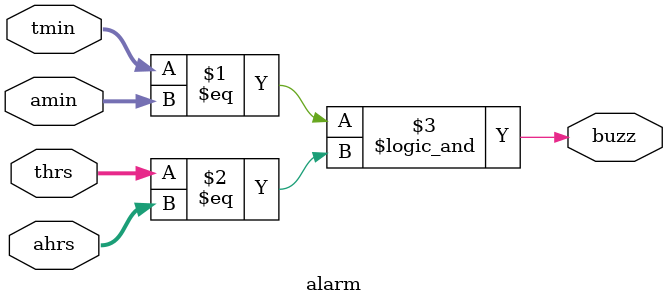
<source format=sv>
module alarm(
   input[6:0]  tmin,
               amin,
               thrs,
               ahrs,
  output logic buzz
);

   assign buzz = (tmin == amin) && (thrs == ahrs);

endmodule
</source>
